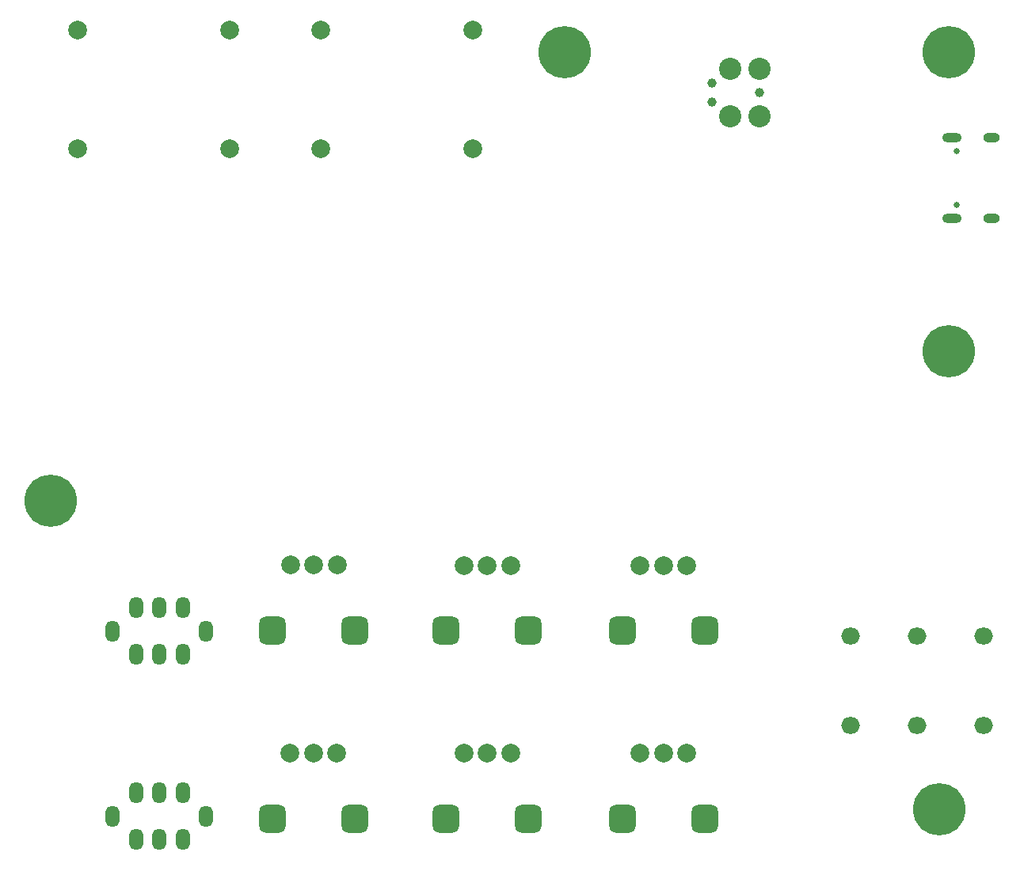
<source format=gbr>
%TF.GenerationSoftware,KiCad,Pcbnew,7.0.8*%
%TF.CreationDate,2023-12-28T00:41:14+01:00*%
%TF.ProjectId,guitar-pedal,67756974-6172-42d7-9065-64616c2e6b69,rev?*%
%TF.SameCoordinates,Original*%
%TF.FileFunction,Soldermask,Bot*%
%TF.FilePolarity,Negative*%
%FSLAX46Y46*%
G04 Gerber Fmt 4.6, Leading zero omitted, Abs format (unit mm)*
G04 Created by KiCad (PCBNEW 7.0.8) date 2023-12-28 00:41:14*
%MOMM*%
%LPD*%
G01*
G04 APERTURE LIST*
G04 Aperture macros list*
%AMRoundRect*
0 Rectangle with rounded corners*
0 $1 Rounding radius*
0 $2 $3 $4 $5 $6 $7 $8 $9 X,Y pos of 4 corners*
0 Add a 4 corners polygon primitive as box body*
4,1,4,$2,$3,$4,$5,$6,$7,$8,$9,$2,$3,0*
0 Add four circle primitives for the rounded corners*
1,1,$1+$1,$2,$3*
1,1,$1+$1,$4,$5*
1,1,$1+$1,$6,$7*
1,1,$1+$1,$8,$9*
0 Add four rect primitives between the rounded corners*
20,1,$1+$1,$2,$3,$4,$5,0*
20,1,$1+$1,$4,$5,$6,$7,0*
20,1,$1+$1,$6,$7,$8,$9,0*
20,1,$1+$1,$8,$9,$2,$3,0*%
G04 Aperture macros list end*
%ADD10C,5.600000*%
%ADD11O,2.000000X1.800000*%
%ADD12C,2.000000*%
%ADD13C,2.374900*%
%ADD14C,0.990600*%
%ADD15RoundRect,0.700000X-0.700000X0.800000X-0.700000X-0.800000X0.700000X-0.800000X0.700000X0.800000X0*%
%ADD16O,1.500000X2.300000*%
%ADD17C,0.650000*%
%ADD18O,2.100000X1.000000*%
%ADD19O,1.800000X1.000000*%
G04 APERTURE END LIST*
D10*
%TO.C,H102*%
X199000000Y-86000000D03*
%TD*%
D11*
%TO.C,SW401*%
X202742400Y-126045400D03*
X202742400Y-116445400D03*
X195642400Y-126045400D03*
X195642400Y-116445400D03*
X188542400Y-126045400D03*
X188542400Y-116445400D03*
%TD*%
D12*
%TO.C,J602*%
X105885000Y-64300000D03*
X122115000Y-64300000D03*
X122115000Y-51600000D03*
X105885000Y-51600000D03*
%TD*%
%TO.C,J601*%
X131885000Y-64300000D03*
X148115000Y-64300000D03*
X148115000Y-51600000D03*
X131885000Y-51600000D03*
%TD*%
D13*
%TO.C,J301*%
X178820000Y-60807600D03*
D14*
X178820000Y-58267600D03*
D13*
X178820000Y-55727600D03*
X175645000Y-60807600D03*
X175645000Y-55727600D03*
D14*
X173740000Y-59283600D03*
X173740000Y-57251600D03*
%TD*%
D12*
%TO.C,RV404*%
X128587200Y-128988000D03*
X131087200Y-128988000D03*
X133587200Y-128988000D03*
D15*
X126687200Y-135988000D03*
X135487200Y-135988000D03*
%TD*%
%TO.C,RV405*%
X154068400Y-135977400D03*
X145268400Y-135977400D03*
D12*
X152168400Y-128977400D03*
X149668400Y-128977400D03*
X147168400Y-128977400D03*
%TD*%
D10*
%TO.C,H105*%
X199000000Y-54000000D03*
%TD*%
D15*
%TO.C,RV403*%
X172926800Y-115871200D03*
X164126800Y-115871200D03*
D12*
X171026800Y-108871200D03*
X168526800Y-108871200D03*
X166026800Y-108871200D03*
%TD*%
D16*
%TO.C,SW402*%
X117116400Y-113411400D03*
X114616400Y-113411400D03*
X112116400Y-113411400D03*
X117116400Y-118411400D03*
X114616400Y-118411400D03*
X112116400Y-118411400D03*
X119616400Y-115911400D03*
X109616400Y-115911400D03*
%TD*%
%TO.C,SW403*%
X117116400Y-133223400D03*
X114616400Y-133223400D03*
X112116400Y-133223400D03*
X117116400Y-138223400D03*
X114616400Y-138223400D03*
X112116400Y-138223400D03*
X119616400Y-135723400D03*
X109616400Y-135723400D03*
%TD*%
D10*
%TO.C,H104*%
X158000000Y-54000000D03*
%TD*%
D15*
%TO.C,RV402*%
X154080000Y-115871200D03*
X145280000Y-115871200D03*
D12*
X152180000Y-108871200D03*
X149680000Y-108871200D03*
X147180000Y-108871200D03*
%TD*%
D10*
%TO.C,H101*%
X103000000Y-102000000D03*
%TD*%
D17*
%TO.C,J501*%
X199879400Y-70311400D03*
X199879400Y-64531400D03*
D18*
X199379400Y-71741400D03*
D19*
X203559400Y-71741400D03*
D18*
X199379400Y-63101400D03*
D19*
X203559400Y-63101400D03*
%TD*%
D15*
%TO.C,RV401*%
X135526400Y-115859400D03*
X126726400Y-115859400D03*
D12*
X133626400Y-108859400D03*
X131126400Y-108859400D03*
X128626400Y-108859400D03*
%TD*%
D15*
%TO.C,RV406*%
X172926800Y-135988000D03*
X164126800Y-135988000D03*
D12*
X171026800Y-128988000D03*
X168526800Y-128988000D03*
X166026800Y-128988000D03*
%TD*%
D10*
%TO.C,H103*%
X198000000Y-135000000D03*
%TD*%
M02*

</source>
